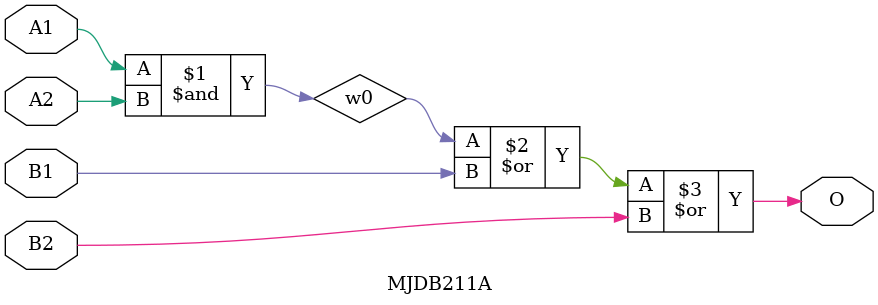
<source format=v>
module MJDB211A(A1, A2, B1, B2, O);
input   A1;
input   A2;
input   B1;
input   B2;
output  O;
and g0(w0, A1, A2);
or g1(O, w0, B1, B2);
endmodule
</source>
